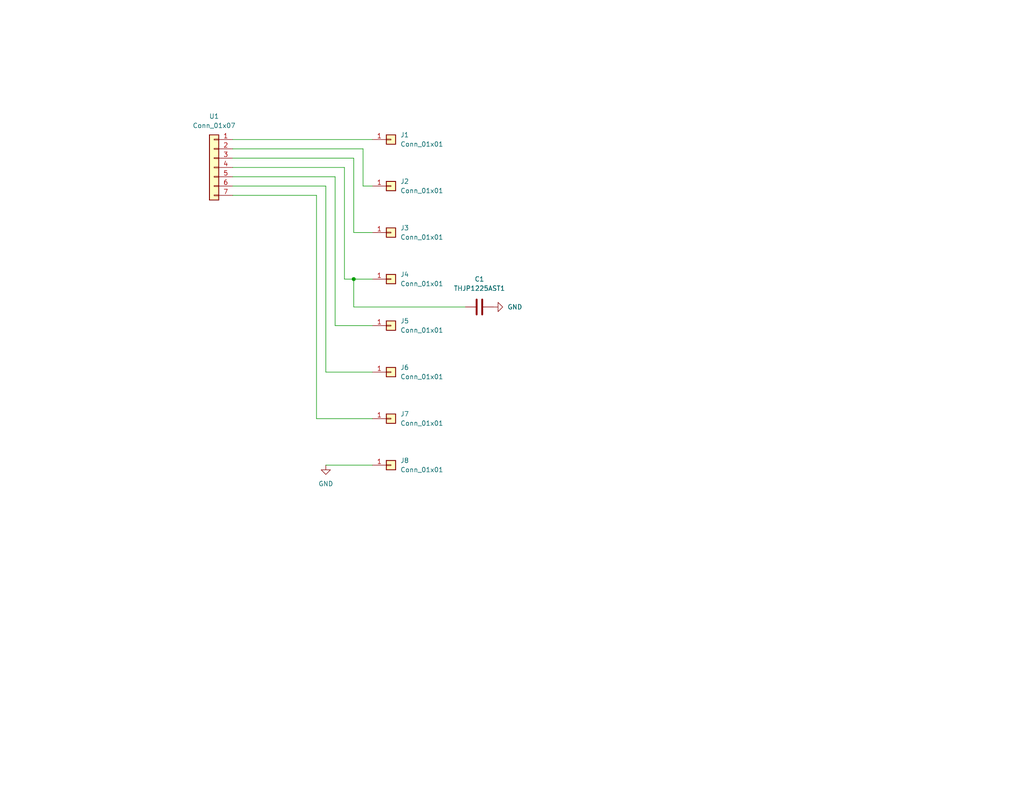
<source format=kicad_sch>
(kicad_sch (version 20230121) (generator eeschema)
  (paper "USLetter")
  (lib_symbols
    (symbol "Connector_Generic:Conn_01x01" (pin_names (offset 1.016) hide)
      (property "Reference" "J" (at 0 2.54 0))
      (property "Value" "Conn_01x01" (at 0 -2.54 0))
      (symbol "Conn_01x01_1_1"
        (rectangle (start -1.27 0.127) (end 0 -0.127) (stroke (width 0.1524)))
        (rectangle (start -1.27 1.27) (end 1.27 -1.27) (stroke (width 0.254)) (fill (type background)))
        (pin passive line (at -5.08 0 0) (length 3.81) (name "Pin_1") (number "1"))
      )
    )
    (symbol "Connector_Generic:Conn_01x07" (pin_names (offset 1.016) hide)
      (property "Reference" "J" (at 0 10.16 0))
      (property "Value" "Conn_01x07" (at 0 -10.16 0))
      (symbol "Conn_01x07_1_1"
        (rectangle (start -1.27 -7.493) (end 0 -7.747) (stroke (width 0.1524)))
        (rectangle (start -1.27 -4.953) (end 0 -5.207) (stroke (width 0.1524)))
        (rectangle (start -1.27 -2.413) (end 0 -2.667) (stroke (width 0.1524)))
        (rectangle (start -1.27 0.127) (end 0 -0.127) (stroke (width 0.1524)))
        (rectangle (start -1.27 2.667) (end 0 2.413) (stroke (width 0.1524)))
        (rectangle (start -1.27 5.207) (end 0 4.953) (stroke (width 0.1524)))
        (rectangle (start -1.27 7.747) (end 0 7.493) (stroke (width 0.1524)))
        (rectangle (start -1.27 8.89) (end 1.27 -8.89) (stroke (width 0.254)) (fill (type background)))
        (pin passive line (at -5.08 7.62 0) (length 3.81) (name "Pin_1") (number "1"))
        (pin passive line (at -5.08 5.08 0) (length 3.81) (name "Pin_2") (number "2"))
        (pin passive line (at -5.08 2.54 0) (length 3.81) (name "Pin_3") (number "3"))
        (pin passive line (at -5.08 0 0) (length 3.81) (name "Pin_4") (number "4"))
        (pin passive line (at -5.08 -2.54 0) (length 3.81) (name "Pin_5") (number "5"))
        (pin passive line (at -5.08 -5.08 0) (length 3.81) (name "Pin_6") (number "6"))
        (pin passive line (at -5.08 -7.62 0) (length 3.81) (name "Pin_7") (number "7"))
      )
    )
    (symbol "Device:C" (pin_numbers hide) (pin_names (offset 0.254))
      (property "Reference" "C" (at 0.635 2.54 0))
      (property "Value" "C" (at 0.635 -2.54 0))
      (symbol "C_0_1"
        (polyline (pts (xy -2.032 -0.762) (xy 2.032 -0.762)) (stroke (width 0.508)))
        (polyline (pts (xy -2.032 0.762) (xy 2.032 0.762)) (stroke (width 0.508)))
      )
      (symbol "C_1_1"
        (pin passive line (at 0 3.81 270) (length 2.794) (name "~") (number "1"))
        (pin passive line (at 0 -3.81 90) (length 2.794) (name "~") (number "2"))
      )
    )
    (symbol "power:GND" (power) (pin_names (offset 0))
      (property "Value" "GND" (at 0 -3.81 0))
      (symbol "GND_0_1"
        (polyline (pts (xy 0 0) (xy 0 -1.27) (xy 1.27 -1.27) (xy 0 -2.54) (xy -1.27 -1.27) (xy 0 -1.27)))
      )
      (symbol "GND_1_1"
        (pin power_in line (at 0 0 270) (length 0) hide (name "GND") (number "1"))
      )
    )
  )
  (junction (at 96.52 76.2))
  (wire (pts (xy 93.98 45.72) (xy 93.98 76.2)))
  (wire (pts (xy 63.5 53.34) (xy 86.36 53.34)))
  (wire (pts (xy 127 83.82) (xy 96.52 83.82)))
  (wire (pts (xy 96.52 43.18) (xy 96.52 63.5)))
  (wire (pts (xy 63.5 50.8) (xy 88.9 50.8)))
  (wire (pts (xy 88.9 101.6) (xy 101.6 101.6)))
  (wire (pts (xy 99.06 50.8) (xy 101.6 50.8)))
  (wire (pts (xy 91.44 48.26) (xy 91.44 88.9)))
  (wire (pts (xy 96.52 83.82) (xy 96.52 76.2)))
  (wire (pts (xy 88.9 50.8) (xy 88.9 101.6)))
  (wire (pts (xy 93.98 76.2) (xy 96.52 76.2)))
  (wire (pts (xy 63.5 38.1) (xy 101.6 38.1)))
  (wire (pts (xy 63.5 45.72) (xy 93.98 45.72)))
  (wire (pts (xy 99.06 40.64) (xy 99.06 50.8)))
  (wire (pts (xy 63.5 48.26) (xy 91.44 48.26)))
  (wire (pts (xy 88.9 127) (xy 101.6 127)))
  (wire (pts (xy 86.36 114.3) (xy 101.6 114.3)))
  (wire (pts (xy 91.44 88.9) (xy 101.6 88.9)))
  (wire (pts (xy 86.36 53.34) (xy 86.36 114.3)))
  (wire (pts (xy 63.5 40.64) (xy 99.06 40.64)))
  (wire (pts (xy 63.5 43.18) (xy 96.52 43.18)))
  (wire (pts (xy 96.52 76.2) (xy 101.6 76.2)))
  (wire (pts (xy 96.52 63.5) (xy 101.6 63.5)))
  (symbol (lib_id "Connector_Generic:Conn_01x01") (at 106.68 50.8 0) (unit 1)
    (property "Reference" "J2" (at 109.22 49.53 0) (effects (justify left)))
    (property "Value" "Conn_01x01" (at 109.22 52.07 0) (effects (justify left)))
    (property "Footprint" "Connector:Banana_Jack_1Pin" (effects hide))
  )
  (symbol (lib_id "power:GND") (at 134.62 83.82 90) (unit 1)
    (property "Reference" "#PWR02" (effects hide))
    (property "Value" "GND" (at 138.43 83.82 90) (effects (justify right)))
  )
  (symbol (lib_id "Connector_Generic:Conn_01x01") (at 106.68 88.9 0) (unit 1)
    (property "Reference" "J5" (at 109.22 87.63 0) (effects (justify left)))
    (property "Value" "Conn_01x01" (at 109.22 90.17 0) (effects (justify left)))
    (property "Footprint" "Connector:Banana_Jack_1Pin" (effects hide))
  )
  (symbol (lib_id "Connector_Generic:Conn_01x01") (at 106.68 127 0) (unit 1)
    (property "Reference" "J8" (at 109.22 125.73 0) (effects (justify left)))
    (property "Value" "Conn_01x01" (at 109.22 128.27 0) (effects (justify left)))
    (property "Footprint" "Connector:Banana_Jack_1Pin" (effects hide))
  )
  (symbol (lib_id "Connector_Generic:Conn_01x01") (at 106.68 63.5 0) (unit 1)
    (property "Reference" "J3" (at 109.22 62.23 0) (effects (justify left)))
    (property "Value" "Conn_01x01" (at 109.22 64.77 0) (effects (justify left)))
    (property "Footprint" "Connector:Banana_Jack_1Pin" (effects hide))
  )
  (symbol (lib_id "Connector_Generic:Conn_01x07") (at 58.42 45.72 0) (mirror y) (unit 1)
    (property "Reference" "U1" (at 58.42 31.75 0))
    (property "Value" "Conn_01x07" (at 58.42 34.29 0))
    (property "Footprint" "Package_TO_SOT_SMD:TO-263-7_TabPin4" (effects hide))
  )
  (symbol (lib_id "Connector_Generic:Conn_01x01") (at 106.68 76.2 0) (unit 1)
    (property "Reference" "J4" (at 109.22 74.93 0) (effects (justify left)))
    (property "Value" "Conn_01x01" (at 109.22 77.47 0) (effects (justify left)))
    (property "Footprint" "Connector:Banana_Jack_1Pin" (effects hide))
  )
  (symbol (lib_id "Device:C") (at 130.81 83.82 90) (unit 1)
    (property "Reference" "C1" (at 130.81 76.2 90))
    (property "Value" "THJP1225AST1\n" (at 130.81 78.74 90))
    (property "Footprint" "footprints:THJP1225AST1" (effects hide))
  )
  (symbol (lib_id "Connector_Generic:Conn_01x01") (at 106.68 101.6 0) (unit 1)
    (property "Reference" "J6" (at 109.22 100.33 0) (effects (justify left)))
    (property "Value" "Conn_01x01" (at 109.22 102.87 0) (effects (justify left)))
    (property "Footprint" "Connector:Banana_Jack_1Pin" (effects hide))
  )
  (symbol (lib_id "Connector_Generic:Conn_01x01") (at 106.68 114.3 0) (unit 1)
    (property "Reference" "J7" (at 109.22 113.03 0) (effects (justify left)))
    (property "Value" "Conn_01x01" (at 109.22 115.57 0) (effects (justify left)))
    (property "Footprint" "Connector:Banana_Jack_1Pin" (effects hide))
  )
  (symbol (lib_id "power:GND") (at 88.9 127 0) (unit 1)
    (property "Reference" "#PWR01" (effects hide))
    (property "Value" "GND" (at 88.9 132.08 0))
  )
  (symbol (lib_id "Connector_Generic:Conn_01x01") (at 106.68 38.1 0) (unit 1)
    (property "Reference" "J1" (at 109.22 36.83 0) (effects (justify left)))
    (property "Value" "Conn_01x01" (at 109.22 39.37 0) (effects (justify left)))
    (property "Footprint" "Connector:Banana_Jack_1Pin" (effects hide))
  )
)
</source>
